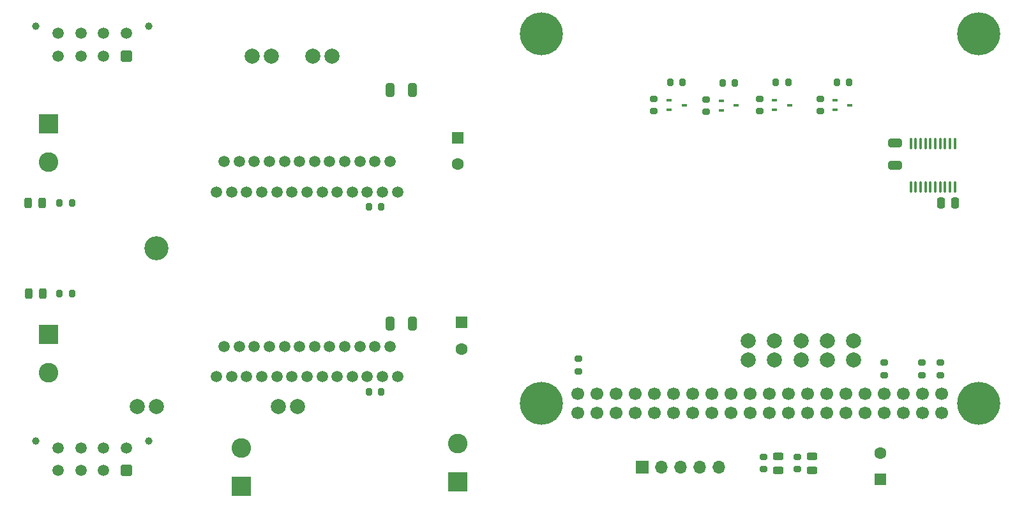
<source format=gbr>
%TF.GenerationSoftware,KiCad,Pcbnew,(6.0.0)*%
%TF.CreationDate,2022-01-20T20:45:04-08:00*%
%TF.ProjectId,dish-controller,64697368-2d63-46f6-9e74-726f6c6c6572,rev?*%
%TF.SameCoordinates,Original*%
%TF.FileFunction,Soldermask,Top*%
%TF.FilePolarity,Negative*%
%FSLAX46Y46*%
G04 Gerber Fmt 4.6, Leading zero omitted, Abs format (unit mm)*
G04 Created by KiCad (PCBNEW (6.0.0)) date 2022-01-20 20:45:04*
%MOMM*%
%LPD*%
G01*
G04 APERTURE LIST*
G04 Aperture macros list*
%AMRoundRect*
0 Rectangle with rounded corners*
0 $1 Rounding radius*
0 $2 $3 $4 $5 $6 $7 $8 $9 X,Y pos of 4 corners*
0 Add a 4 corners polygon primitive as box body*
4,1,4,$2,$3,$4,$5,$6,$7,$8,$9,$2,$3,0*
0 Add four circle primitives for the rounded corners*
1,1,$1+$1,$2,$3*
1,1,$1+$1,$4,$5*
1,1,$1+$1,$6,$7*
1,1,$1+$1,$8,$9*
0 Add four rect primitives between the rounded corners*
20,1,$1+$1,$2,$3,$4,$5,0*
20,1,$1+$1,$4,$5,$6,$7,0*
20,1,$1+$1,$6,$7,$8,$9,0*
20,1,$1+$1,$8,$9,$2,$3,0*%
G04 Aperture macros list end*
%ADD10R,0.700000X0.450000*%
%ADD11R,1.700000X1.700000*%
%ADD12O,1.700000X1.700000*%
%ADD13C,5.700000*%
%ADD14C,1.700000*%
%ADD15C,3.200000*%
%ADD16C,1.500000*%
%ADD17RoundRect,0.100000X0.100000X-0.637500X0.100000X0.637500X-0.100000X0.637500X-0.100000X-0.637500X0*%
%ADD18R,2.600000X2.600000*%
%ADD19C,2.600000*%
%ADD20C,1.000000*%
%ADD21RoundRect,0.250001X0.499999X0.499999X-0.499999X0.499999X-0.499999X-0.499999X0.499999X-0.499999X0*%
%ADD22RoundRect,0.250000X0.250000X0.475000X-0.250000X0.475000X-0.250000X-0.475000X0.250000X-0.475000X0*%
%ADD23RoundRect,0.250000X0.650000X-0.325000X0.650000X0.325000X-0.650000X0.325000X-0.650000X-0.325000X0*%
%ADD24RoundRect,0.250000X0.325000X0.650000X-0.325000X0.650000X-0.325000X-0.650000X0.325000X-0.650000X0*%
%ADD25R,1.600000X1.600000*%
%ADD26C,1.600000*%
%ADD27RoundRect,0.243750X0.456250X-0.243750X0.456250X0.243750X-0.456250X0.243750X-0.456250X-0.243750X0*%
%ADD28RoundRect,0.200000X0.275000X-0.200000X0.275000X0.200000X-0.275000X0.200000X-0.275000X-0.200000X0*%
%ADD29RoundRect,0.200000X0.200000X0.275000X-0.200000X0.275000X-0.200000X-0.275000X0.200000X-0.275000X0*%
%ADD30C,2.000000*%
%ADD31RoundRect,0.200000X-0.275000X0.200000X-0.275000X-0.200000X0.275000X-0.200000X0.275000X0.200000X0*%
%ADD32RoundRect,0.243750X0.243750X0.456250X-0.243750X0.456250X-0.243750X-0.456250X0.243750X-0.456250X0*%
%ADD33RoundRect,0.200000X-0.200000X-0.275000X0.200000X-0.275000X0.200000X0.275000X-0.200000X0.275000X0*%
G04 APERTURE END LIST*
D10*
%TO.C,Q8*%
X131000000Y-55350000D03*
X131000000Y-56650000D03*
X133000000Y-56000000D03*
%TD*%
%TO.C,Q7*%
X123000000Y-55350000D03*
X123000000Y-56650000D03*
X125000000Y-56000000D03*
%TD*%
%TO.C,Q6*%
X115937500Y-55400000D03*
X115937500Y-56700000D03*
X117937500Y-56050000D03*
%TD*%
%TO.C,Q5*%
X109000000Y-55350000D03*
X109000000Y-56650000D03*
X111000000Y-56000000D03*
%TD*%
D11*
%TO.C,J7*%
X105425000Y-104000000D03*
D12*
X107965000Y-104000000D03*
X110505000Y-104000000D03*
X113045000Y-104000000D03*
X115585000Y-104000000D03*
%TD*%
D13*
%TO.C,U1*%
X150050000Y-46530000D03*
X92050000Y-46530000D03*
X150050000Y-95530000D03*
X92050000Y-95530000D03*
D14*
X96920000Y-94260000D03*
X96920000Y-96800000D03*
X99460000Y-94260000D03*
X99460000Y-96800000D03*
X102000000Y-94260000D03*
X102000000Y-96800000D03*
X104540000Y-94260000D03*
X104540000Y-96800000D03*
X107080000Y-94260000D03*
X107080000Y-96800000D03*
X109620000Y-94260000D03*
X109620000Y-96800000D03*
X112160000Y-94260000D03*
X112160000Y-96800000D03*
X114700000Y-94260000D03*
X114700000Y-96800000D03*
X117240000Y-94260000D03*
X117240000Y-96800000D03*
X119780000Y-94260000D03*
X119780000Y-96800000D03*
X122320000Y-94260000D03*
X122320000Y-96800000D03*
X124860000Y-94260000D03*
X124860000Y-96800000D03*
X127400000Y-94260000D03*
X127400000Y-96800000D03*
X129940000Y-94260000D03*
X129940000Y-96800000D03*
X132480000Y-94260000D03*
X132480000Y-96800000D03*
X135020000Y-94260000D03*
X135020000Y-96800000D03*
X137560000Y-94260000D03*
X137560000Y-96800000D03*
X140100000Y-94260000D03*
X140100000Y-96800000D03*
X142640000Y-94260000D03*
X142640000Y-96800000D03*
X145180000Y-94260000D03*
X145180000Y-96800000D03*
%TD*%
D15*
%TO.C,H1*%
X41000000Y-75000000D03*
%TD*%
D16*
%TO.C,U4*%
X49000000Y-67500000D03*
X50000000Y-63500000D03*
X51000000Y-67500000D03*
X52000000Y-63500000D03*
X53000000Y-67500000D03*
X54000000Y-63500000D03*
X55000000Y-67500000D03*
X56000000Y-63500000D03*
X57000000Y-67500000D03*
X58000000Y-63500000D03*
X59000000Y-67500000D03*
X60000000Y-63500000D03*
X61000000Y-67500000D03*
X62000000Y-63500000D03*
X63000000Y-67500000D03*
X64000000Y-63500000D03*
X65000000Y-67500000D03*
X66000000Y-63500000D03*
X67000000Y-67500000D03*
X68000000Y-63500000D03*
X69000000Y-67500000D03*
X70000000Y-63500000D03*
X71000000Y-67500000D03*
X72000000Y-63500000D03*
X73000000Y-67500000D03*
%TD*%
%TO.C,U3*%
X49000000Y-92000000D03*
X50000000Y-88000000D03*
X51000000Y-92000000D03*
X52000000Y-88000000D03*
X53000000Y-92000000D03*
X54000000Y-88000000D03*
X55000000Y-92000000D03*
X56000000Y-88000000D03*
X57000000Y-92000000D03*
X58000000Y-88000000D03*
X59000000Y-92000000D03*
X60000000Y-88000000D03*
X61000000Y-92000000D03*
X62000000Y-88000000D03*
X63000000Y-92000000D03*
X64000000Y-88000000D03*
X65000000Y-92000000D03*
X66000000Y-88000000D03*
X67000000Y-92000000D03*
X68000000Y-88000000D03*
X69000000Y-92000000D03*
X70000000Y-88000000D03*
X71000000Y-92000000D03*
X72000000Y-88000000D03*
X73000000Y-92000000D03*
%TD*%
D17*
%TO.C,U2*%
X141075000Y-66862500D03*
X141725000Y-66862500D03*
X142375000Y-66862500D03*
X143025000Y-66862500D03*
X143675000Y-66862500D03*
X144325000Y-66862500D03*
X144975000Y-66862500D03*
X145625000Y-66862500D03*
X146275000Y-66862500D03*
X146925000Y-66862500D03*
X146925000Y-61137500D03*
X146275000Y-61137500D03*
X145625000Y-61137500D03*
X144975000Y-61137500D03*
X144325000Y-61137500D03*
X143675000Y-61137500D03*
X143025000Y-61137500D03*
X142375000Y-61137500D03*
X141725000Y-61137500D03*
X141075000Y-61137500D03*
%TD*%
D18*
%TO.C,J6*%
X26700000Y-58460000D03*
D19*
X26700000Y-63540000D03*
%TD*%
D18*
%TO.C,J5*%
X26700000Y-86460000D03*
D19*
X26700000Y-91540000D03*
%TD*%
D20*
%TO.C,J4*%
X40000000Y-45560000D03*
X25000000Y-45560000D03*
D21*
X37000000Y-49500000D03*
D16*
X34000000Y-49500000D03*
X31000000Y-49500000D03*
X28000000Y-49500000D03*
X37000000Y-46500000D03*
X34000000Y-46500000D03*
X31000000Y-46500000D03*
X28000000Y-46500000D03*
%TD*%
D20*
%TO.C,J3*%
X40000000Y-100520000D03*
X25000000Y-100520000D03*
D21*
X37000000Y-104460000D03*
D16*
X34000000Y-104460000D03*
X31000000Y-104460000D03*
X28000000Y-104460000D03*
X37000000Y-101460000D03*
X34000000Y-101460000D03*
X31000000Y-101460000D03*
X28000000Y-101460000D03*
%TD*%
D18*
%TO.C,J2*%
X81000000Y-106000000D03*
D19*
X81000000Y-100920000D03*
%TD*%
D18*
%TO.C,J1*%
X52300000Y-106545000D03*
D19*
X52300000Y-101465000D03*
%TD*%
D22*
%TO.C,C7*%
X146950000Y-69000000D03*
X145050000Y-69000000D03*
%TD*%
D23*
%TO.C,C6*%
X139000000Y-63975000D03*
X139000000Y-61025000D03*
%TD*%
D24*
%TO.C,C5*%
X74975000Y-54000000D03*
X72025000Y-54000000D03*
%TD*%
%TO.C,C4*%
X74975000Y-85000000D03*
X72025000Y-85000000D03*
%TD*%
D25*
%TO.C,C3*%
X81000000Y-60347349D03*
D26*
X81000000Y-63847349D03*
%TD*%
D25*
%TO.C,C2*%
X137000000Y-105652651D03*
D26*
X137000000Y-102152651D03*
%TD*%
%TO.C,C1*%
X81500000Y-88347349D03*
D25*
X81500000Y-84847349D03*
%TD*%
D27*
%TO.C,D1*%
X128000000Y-104437500D03*
X128000000Y-102562500D03*
%TD*%
D28*
%TO.C,R5*%
X137500000Y-91825000D03*
X137500000Y-90175000D03*
%TD*%
%TO.C,R23*%
X121000000Y-56825000D03*
X121000000Y-55175000D03*
%TD*%
D29*
%TO.C,R25*%
X124825000Y-53000000D03*
X123175000Y-53000000D03*
%TD*%
D28*
%TO.C,R19*%
X107000000Y-56825000D03*
X107000000Y-55175000D03*
%TD*%
D27*
%TO.C,D2*%
X123500000Y-104437500D03*
X123500000Y-102562500D03*
%TD*%
D30*
%TO.C,TP3*%
X119500000Y-89770000D03*
X119500000Y-87230000D03*
%TD*%
%TO.C,TP1*%
X41000000Y-96000000D03*
X38460000Y-96000000D03*
%TD*%
D31*
%TO.C,R7*%
X97000000Y-89675000D03*
X97000000Y-91325000D03*
%TD*%
D32*
%TO.C,D3*%
X25937500Y-81000000D03*
X24062500Y-81000000D03*
%TD*%
D33*
%TO.C,R9*%
X69175000Y-94000000D03*
X70825000Y-94000000D03*
%TD*%
D30*
%TO.C,TP5*%
X126500000Y-89770000D03*
X126500000Y-87230000D03*
%TD*%
%TO.C,TP8*%
X130000000Y-89770000D03*
X130000000Y-87230000D03*
%TD*%
D28*
%TO.C,R8*%
X145000000Y-91825000D03*
X145000000Y-90175000D03*
%TD*%
D29*
%TO.C,R26*%
X132887500Y-52950000D03*
X131237500Y-52950000D03*
%TD*%
D28*
%TO.C,R2*%
X121500000Y-104325000D03*
X121500000Y-102675000D03*
%TD*%
D29*
%TO.C,R4*%
X29825000Y-69000000D03*
X28175000Y-69000000D03*
%TD*%
%TO.C,R21*%
X110825000Y-53000000D03*
X109175000Y-53000000D03*
%TD*%
D30*
%TO.C,TP2*%
X57230000Y-96000000D03*
X59770000Y-96000000D03*
%TD*%
D28*
%TO.C,R24*%
X129062500Y-56825000D03*
X129062500Y-55175000D03*
%TD*%
%TO.C,R6*%
X142500000Y-91825000D03*
X142500000Y-90175000D03*
%TD*%
D31*
%TO.C,R1*%
X126000000Y-102675000D03*
X126000000Y-104325000D03*
%TD*%
D33*
%TO.C,R3*%
X28175000Y-81000000D03*
X29825000Y-81000000D03*
%TD*%
D30*
%TO.C,TP4*%
X123000000Y-89770000D03*
X123000000Y-87230000D03*
%TD*%
D29*
%TO.C,R22*%
X117762500Y-53050000D03*
X116112500Y-53050000D03*
%TD*%
D30*
%TO.C,TP7*%
X64270000Y-49500000D03*
X61730000Y-49500000D03*
%TD*%
D33*
%TO.C,R10*%
X69175000Y-69500000D03*
X70825000Y-69500000D03*
%TD*%
D32*
%TO.C,D4*%
X25875000Y-69000000D03*
X24000000Y-69000000D03*
%TD*%
D28*
%TO.C,R20*%
X113937500Y-56875000D03*
X113937500Y-55225000D03*
%TD*%
D30*
%TO.C,TP6*%
X56270000Y-49500000D03*
X53730000Y-49500000D03*
%TD*%
%TO.C,TP9*%
X133500000Y-89770000D03*
X133500000Y-87230000D03*
%TD*%
M02*

</source>
